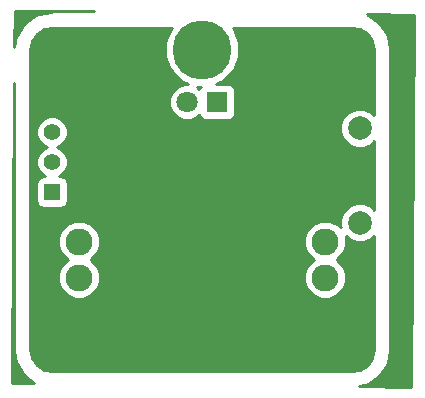
<source format=gtl>
G04 #@! TF.FileFunction,Copper,L1,Top,Signal*
%FSLAX46Y46*%
G04 Gerber Fmt 4.6, Leading zero omitted, Abs format (unit mm)*
G04 Created by KiCad (PCBNEW 4.0.7) date 02/19/20 21:01:50*
%MOMM*%
%LPD*%
G01*
G04 APERTURE LIST*
%ADD10C,0.100000*%
%ADD11C,1.800000*%
%ADD12R,1.800000X1.800000*%
%ADD13C,1.998980*%
%ADD14C,5.000000*%
%ADD15C,2.286000*%
%ADD16R,1.397000X1.397000*%
%ADD17C,1.397000*%
%ADD18C,0.254000*%
G04 APERTURE END LIST*
D10*
D11*
X173990000Y-79375000D03*
D12*
X176530000Y-79375000D03*
D13*
X188595000Y-81598000D03*
X188595000Y-89598000D03*
D14*
X175260000Y-74930000D03*
D15*
X185674000Y-94234000D03*
X164846000Y-94234000D03*
X185674000Y-91186000D03*
X164846000Y-91186000D03*
D16*
X162560000Y-86995000D03*
D17*
X162560000Y-84455000D03*
X162560000Y-81915000D03*
D18*
G36*
X193165991Y-72007575D02*
X192914023Y-103503582D01*
X188532536Y-103454535D01*
X189065653Y-103348492D01*
X189167934Y-103306125D01*
X189312582Y-103246211D01*
X190136617Y-102695607D01*
X190231112Y-102601112D01*
X190325608Y-102506617D01*
X190876211Y-101682582D01*
X190978492Y-101435653D01*
X191171838Y-100463637D01*
X191171838Y-100396170D01*
X191185000Y-100330000D01*
X191185000Y-74930000D01*
X191171838Y-74863830D01*
X191171838Y-74796363D01*
X190978492Y-73824347D01*
X190970804Y-73805786D01*
X190876211Y-73577418D01*
X190325608Y-72753383D01*
X190224362Y-72652138D01*
X190136617Y-72564393D01*
X189312582Y-72013789D01*
X189190131Y-71963069D01*
X193165991Y-72007575D01*
X193165991Y-72007575D01*
G37*
X193165991Y-72007575D02*
X192914023Y-103503582D01*
X188532536Y-103454535D01*
X189065653Y-103348492D01*
X189167934Y-103306125D01*
X189312582Y-103246211D01*
X190136617Y-102695607D01*
X190231112Y-102601112D01*
X190325608Y-102506617D01*
X190876211Y-101682582D01*
X190978492Y-101435653D01*
X191171838Y-100463637D01*
X191171838Y-100396170D01*
X191185000Y-100330000D01*
X191185000Y-74930000D01*
X191171838Y-74863830D01*
X191171838Y-74796363D01*
X190978492Y-73824347D01*
X190970804Y-73805786D01*
X190876211Y-73577418D01*
X190325608Y-72753383D01*
X190224362Y-72652138D01*
X190136617Y-72564393D01*
X189312582Y-72013789D01*
X189190131Y-71963069D01*
X193165991Y-72007575D01*
G36*
X159335000Y-100330000D02*
X159348162Y-100396170D01*
X159348162Y-100463637D01*
X159541508Y-101435653D01*
X159583875Y-101537934D01*
X159643789Y-101682582D01*
X160194393Y-102506617D01*
X160288888Y-102601112D01*
X160383383Y-102695608D01*
X161058931Y-103146995D01*
X159132009Y-103125425D01*
X159335000Y-77751544D01*
X159335000Y-100330000D01*
X159335000Y-100330000D01*
G37*
X159335000Y-100330000D02*
X159348162Y-100396170D01*
X159348162Y-100463637D01*
X159541508Y-101435653D01*
X159583875Y-101537934D01*
X159643789Y-101682582D01*
X160194393Y-102506617D01*
X160288888Y-102601112D01*
X160383383Y-102695608D01*
X161058931Y-103146995D01*
X159132009Y-103125425D01*
X159335000Y-77751544D01*
X159335000Y-100330000D01*
G36*
X172603826Y-73151847D02*
X172602689Y-73154586D01*
X172601436Y-73155421D01*
X172363795Y-73729907D01*
X172125546Y-74303674D01*
X172125544Y-74305866D01*
X172124706Y-74307892D01*
X172125000Y-74929488D01*
X172124457Y-75550854D01*
X172125294Y-75552880D01*
X172125295Y-75555072D01*
X172492209Y-76440881D01*
X172600727Y-76703515D01*
X172601186Y-76703974D01*
X172601436Y-76704579D01*
X172602491Y-76705282D01*
X173481847Y-77586174D01*
X173484586Y-77587311D01*
X173485421Y-77588564D01*
X174059907Y-77826205D01*
X174093345Y-77840090D01*
X173686009Y-77839735D01*
X173121629Y-78072932D01*
X172689449Y-78504357D01*
X172455267Y-79068330D01*
X172454735Y-79678991D01*
X172687932Y-80243371D01*
X173119357Y-80675551D01*
X173683330Y-80909733D01*
X174293991Y-80910265D01*
X174858371Y-80677068D01*
X175026613Y-80509120D01*
X175026838Y-80510317D01*
X175165910Y-80726441D01*
X175378110Y-80871431D01*
X175630000Y-80922440D01*
X177430000Y-80922440D01*
X177665317Y-80878162D01*
X177881441Y-80739090D01*
X178026431Y-80526890D01*
X178077440Y-80275000D01*
X178077440Y-78475000D01*
X178033162Y-78239683D01*
X177894090Y-78023559D01*
X177681890Y-77878569D01*
X177430000Y-77827560D01*
X176457591Y-77827560D01*
X176770881Y-77697791D01*
X177033515Y-77589273D01*
X177033974Y-77588814D01*
X177034579Y-77588564D01*
X177035282Y-77587509D01*
X177916174Y-76708153D01*
X177917311Y-76705414D01*
X177918564Y-76704579D01*
X178156205Y-76130093D01*
X178394454Y-75556326D01*
X178394456Y-75554134D01*
X178395294Y-75552108D01*
X178395000Y-74930512D01*
X178395543Y-74309146D01*
X178394706Y-74307120D01*
X178394705Y-74304928D01*
X178027791Y-73419119D01*
X177919273Y-73156485D01*
X177918814Y-73156026D01*
X177918564Y-73155421D01*
X177917509Y-73154718D01*
X177837930Y-73075000D01*
X187892533Y-73075000D01*
X188664741Y-73228602D01*
X189262193Y-73627807D01*
X189661398Y-74225257D01*
X189815000Y-74997467D01*
X189815000Y-80506592D01*
X189522073Y-80213154D01*
X188921547Y-79963794D01*
X188271306Y-79963226D01*
X187670345Y-80211538D01*
X187210154Y-80670927D01*
X186960794Y-81271453D01*
X186960226Y-81921694D01*
X187208538Y-82522655D01*
X187667927Y-82982846D01*
X188268453Y-83232206D01*
X188918694Y-83232774D01*
X189519655Y-82984462D01*
X189815000Y-82689632D01*
X189815000Y-88506592D01*
X189522073Y-88213154D01*
X188921547Y-87963794D01*
X188271306Y-87963226D01*
X187670345Y-88211538D01*
X187210154Y-88670927D01*
X186960794Y-89271453D01*
X186960226Y-89921694D01*
X186985684Y-89983306D01*
X186682471Y-89679564D01*
X186029218Y-89408309D01*
X185321886Y-89407692D01*
X184668160Y-89677806D01*
X184167564Y-90177529D01*
X183896309Y-90830782D01*
X183895692Y-91538114D01*
X184165806Y-92191840D01*
X184665529Y-92692436D01*
X184707122Y-92709707D01*
X184668160Y-92725806D01*
X184167564Y-93225529D01*
X183896309Y-93878782D01*
X183895692Y-94586114D01*
X184165806Y-95239840D01*
X184665529Y-95740436D01*
X185318782Y-96011691D01*
X186026114Y-96012308D01*
X186679840Y-95742194D01*
X187180436Y-95242471D01*
X187451691Y-94589218D01*
X187452308Y-93881886D01*
X187182194Y-93228160D01*
X186682471Y-92727564D01*
X186640878Y-92710293D01*
X186679840Y-92694194D01*
X187180436Y-92194471D01*
X187451691Y-91541218D01*
X187452308Y-90833886D01*
X187405048Y-90719508D01*
X187667927Y-90982846D01*
X188268453Y-91232206D01*
X188918694Y-91232774D01*
X189519655Y-90984462D01*
X189815000Y-90689632D01*
X189815000Y-100262533D01*
X189661398Y-101034743D01*
X189262193Y-101632193D01*
X188664741Y-102031398D01*
X187892533Y-102185000D01*
X162627467Y-102185000D01*
X161855257Y-102031398D01*
X161257807Y-101632193D01*
X160858602Y-101034741D01*
X160705000Y-100262533D01*
X160705000Y-91538114D01*
X163067692Y-91538114D01*
X163337806Y-92191840D01*
X163837529Y-92692436D01*
X163879122Y-92709707D01*
X163840160Y-92725806D01*
X163339564Y-93225529D01*
X163068309Y-93878782D01*
X163067692Y-94586114D01*
X163337806Y-95239840D01*
X163837529Y-95740436D01*
X164490782Y-96011691D01*
X165198114Y-96012308D01*
X165851840Y-95742194D01*
X166352436Y-95242471D01*
X166623691Y-94589218D01*
X166624308Y-93881886D01*
X166354194Y-93228160D01*
X165854471Y-92727564D01*
X165812878Y-92710293D01*
X165851840Y-92694194D01*
X166352436Y-92194471D01*
X166623691Y-91541218D01*
X166624308Y-90833886D01*
X166354194Y-90180160D01*
X165854471Y-89679564D01*
X165201218Y-89408309D01*
X164493886Y-89407692D01*
X163840160Y-89677806D01*
X163339564Y-90177529D01*
X163068309Y-90830782D01*
X163067692Y-91538114D01*
X160705000Y-91538114D01*
X160705000Y-86296500D01*
X161214060Y-86296500D01*
X161214060Y-87693500D01*
X161258338Y-87928817D01*
X161397410Y-88144941D01*
X161609610Y-88289931D01*
X161861500Y-88340940D01*
X163258500Y-88340940D01*
X163493817Y-88296662D01*
X163709941Y-88157590D01*
X163854931Y-87945390D01*
X163905940Y-87693500D01*
X163905940Y-86296500D01*
X163861662Y-86061183D01*
X163722590Y-85845059D01*
X163510390Y-85700069D01*
X163258500Y-85649060D01*
X163162116Y-85649060D01*
X163314380Y-85586146D01*
X163689827Y-85211353D01*
X163893268Y-84721413D01*
X163893731Y-84190914D01*
X163691146Y-83700620D01*
X163316353Y-83325173D01*
X162978554Y-83184906D01*
X163314380Y-83046146D01*
X163689827Y-82671353D01*
X163893268Y-82181413D01*
X163893731Y-81650914D01*
X163691146Y-81160620D01*
X163316353Y-80785173D01*
X162826413Y-80581732D01*
X162295914Y-80581269D01*
X161805620Y-80783854D01*
X161430173Y-81158647D01*
X161226732Y-81648587D01*
X161226269Y-82179086D01*
X161428854Y-82669380D01*
X161803647Y-83044827D01*
X162141446Y-83185094D01*
X161805620Y-83323854D01*
X161430173Y-83698647D01*
X161226732Y-84188587D01*
X161226269Y-84719086D01*
X161428854Y-85209380D01*
X161803647Y-85584827D01*
X161958337Y-85649060D01*
X161861500Y-85649060D01*
X161626183Y-85693338D01*
X161410059Y-85832410D01*
X161265069Y-86044610D01*
X161214060Y-86296500D01*
X160705000Y-86296500D01*
X160705000Y-74997467D01*
X160858602Y-74225259D01*
X161257807Y-73627807D01*
X161855257Y-73228602D01*
X162627467Y-73075000D01*
X172680807Y-73075000D01*
X172603826Y-73151847D01*
X172603826Y-73151847D01*
G37*
X172603826Y-73151847D02*
X172602689Y-73154586D01*
X172601436Y-73155421D01*
X172363795Y-73729907D01*
X172125546Y-74303674D01*
X172125544Y-74305866D01*
X172124706Y-74307892D01*
X172125000Y-74929488D01*
X172124457Y-75550854D01*
X172125294Y-75552880D01*
X172125295Y-75555072D01*
X172492209Y-76440881D01*
X172600727Y-76703515D01*
X172601186Y-76703974D01*
X172601436Y-76704579D01*
X172602491Y-76705282D01*
X173481847Y-77586174D01*
X173484586Y-77587311D01*
X173485421Y-77588564D01*
X174059907Y-77826205D01*
X174093345Y-77840090D01*
X173686009Y-77839735D01*
X173121629Y-78072932D01*
X172689449Y-78504357D01*
X172455267Y-79068330D01*
X172454735Y-79678991D01*
X172687932Y-80243371D01*
X173119357Y-80675551D01*
X173683330Y-80909733D01*
X174293991Y-80910265D01*
X174858371Y-80677068D01*
X175026613Y-80509120D01*
X175026838Y-80510317D01*
X175165910Y-80726441D01*
X175378110Y-80871431D01*
X175630000Y-80922440D01*
X177430000Y-80922440D01*
X177665317Y-80878162D01*
X177881441Y-80739090D01*
X178026431Y-80526890D01*
X178077440Y-80275000D01*
X178077440Y-78475000D01*
X178033162Y-78239683D01*
X177894090Y-78023559D01*
X177681890Y-77878569D01*
X177430000Y-77827560D01*
X176457591Y-77827560D01*
X176770881Y-77697791D01*
X177033515Y-77589273D01*
X177033974Y-77588814D01*
X177034579Y-77588564D01*
X177035282Y-77587509D01*
X177916174Y-76708153D01*
X177917311Y-76705414D01*
X177918564Y-76704579D01*
X178156205Y-76130093D01*
X178394454Y-75556326D01*
X178394456Y-75554134D01*
X178395294Y-75552108D01*
X178395000Y-74930512D01*
X178395543Y-74309146D01*
X178394706Y-74307120D01*
X178394705Y-74304928D01*
X178027791Y-73419119D01*
X177919273Y-73156485D01*
X177918814Y-73156026D01*
X177918564Y-73155421D01*
X177917509Y-73154718D01*
X177837930Y-73075000D01*
X187892533Y-73075000D01*
X188664741Y-73228602D01*
X189262193Y-73627807D01*
X189661398Y-74225257D01*
X189815000Y-74997467D01*
X189815000Y-80506592D01*
X189522073Y-80213154D01*
X188921547Y-79963794D01*
X188271306Y-79963226D01*
X187670345Y-80211538D01*
X187210154Y-80670927D01*
X186960794Y-81271453D01*
X186960226Y-81921694D01*
X187208538Y-82522655D01*
X187667927Y-82982846D01*
X188268453Y-83232206D01*
X188918694Y-83232774D01*
X189519655Y-82984462D01*
X189815000Y-82689632D01*
X189815000Y-88506592D01*
X189522073Y-88213154D01*
X188921547Y-87963794D01*
X188271306Y-87963226D01*
X187670345Y-88211538D01*
X187210154Y-88670927D01*
X186960794Y-89271453D01*
X186960226Y-89921694D01*
X186985684Y-89983306D01*
X186682471Y-89679564D01*
X186029218Y-89408309D01*
X185321886Y-89407692D01*
X184668160Y-89677806D01*
X184167564Y-90177529D01*
X183896309Y-90830782D01*
X183895692Y-91538114D01*
X184165806Y-92191840D01*
X184665529Y-92692436D01*
X184707122Y-92709707D01*
X184668160Y-92725806D01*
X184167564Y-93225529D01*
X183896309Y-93878782D01*
X183895692Y-94586114D01*
X184165806Y-95239840D01*
X184665529Y-95740436D01*
X185318782Y-96011691D01*
X186026114Y-96012308D01*
X186679840Y-95742194D01*
X187180436Y-95242471D01*
X187451691Y-94589218D01*
X187452308Y-93881886D01*
X187182194Y-93228160D01*
X186682471Y-92727564D01*
X186640878Y-92710293D01*
X186679840Y-92694194D01*
X187180436Y-92194471D01*
X187451691Y-91541218D01*
X187452308Y-90833886D01*
X187405048Y-90719508D01*
X187667927Y-90982846D01*
X188268453Y-91232206D01*
X188918694Y-91232774D01*
X189519655Y-90984462D01*
X189815000Y-90689632D01*
X189815000Y-100262533D01*
X189661398Y-101034743D01*
X189262193Y-101632193D01*
X188664741Y-102031398D01*
X187892533Y-102185000D01*
X162627467Y-102185000D01*
X161855257Y-102031398D01*
X161257807Y-101632193D01*
X160858602Y-101034741D01*
X160705000Y-100262533D01*
X160705000Y-91538114D01*
X163067692Y-91538114D01*
X163337806Y-92191840D01*
X163837529Y-92692436D01*
X163879122Y-92709707D01*
X163840160Y-92725806D01*
X163339564Y-93225529D01*
X163068309Y-93878782D01*
X163067692Y-94586114D01*
X163337806Y-95239840D01*
X163837529Y-95740436D01*
X164490782Y-96011691D01*
X165198114Y-96012308D01*
X165851840Y-95742194D01*
X166352436Y-95242471D01*
X166623691Y-94589218D01*
X166624308Y-93881886D01*
X166354194Y-93228160D01*
X165854471Y-92727564D01*
X165812878Y-92710293D01*
X165851840Y-92694194D01*
X166352436Y-92194471D01*
X166623691Y-91541218D01*
X166624308Y-90833886D01*
X166354194Y-90180160D01*
X165854471Y-89679564D01*
X165201218Y-89408309D01*
X164493886Y-89407692D01*
X163840160Y-89677806D01*
X163339564Y-90177529D01*
X163068309Y-90830782D01*
X163067692Y-91538114D01*
X160705000Y-91538114D01*
X160705000Y-86296500D01*
X161214060Y-86296500D01*
X161214060Y-87693500D01*
X161258338Y-87928817D01*
X161397410Y-88144941D01*
X161609610Y-88289931D01*
X161861500Y-88340940D01*
X163258500Y-88340940D01*
X163493817Y-88296662D01*
X163709941Y-88157590D01*
X163854931Y-87945390D01*
X163905940Y-87693500D01*
X163905940Y-86296500D01*
X163861662Y-86061183D01*
X163722590Y-85845059D01*
X163510390Y-85700069D01*
X163258500Y-85649060D01*
X163162116Y-85649060D01*
X163314380Y-85586146D01*
X163689827Y-85211353D01*
X163893268Y-84721413D01*
X163893731Y-84190914D01*
X163691146Y-83700620D01*
X163316353Y-83325173D01*
X162978554Y-83184906D01*
X163314380Y-83046146D01*
X163689827Y-82671353D01*
X163893268Y-82181413D01*
X163893731Y-81650914D01*
X163691146Y-81160620D01*
X163316353Y-80785173D01*
X162826413Y-80581732D01*
X162295914Y-80581269D01*
X161805620Y-80783854D01*
X161430173Y-81158647D01*
X161226732Y-81648587D01*
X161226269Y-82179086D01*
X161428854Y-82669380D01*
X161803647Y-83044827D01*
X162141446Y-83185094D01*
X161805620Y-83323854D01*
X161430173Y-83698647D01*
X161226732Y-84188587D01*
X161226269Y-84719086D01*
X161428854Y-85209380D01*
X161803647Y-85584827D01*
X161958337Y-85649060D01*
X161861500Y-85649060D01*
X161626183Y-85693338D01*
X161410059Y-85832410D01*
X161265069Y-86044610D01*
X161214060Y-86296500D01*
X160705000Y-86296500D01*
X160705000Y-74997467D01*
X160858602Y-74225259D01*
X161257807Y-73627807D01*
X161855257Y-73228602D01*
X162627467Y-73075000D01*
X172680807Y-73075000D01*
X172603826Y-73151847D01*
G36*
X175033569Y-78223110D02*
X175029433Y-78243534D01*
X174860643Y-78074449D01*
X174838367Y-78065199D01*
X175141563Y-78065056D01*
X175033569Y-78223110D01*
X175033569Y-78223110D01*
G37*
X175033569Y-78223110D02*
X175029433Y-78243534D01*
X174860643Y-78074449D01*
X174838367Y-78065199D01*
X175141563Y-78065056D01*
X175033569Y-78223110D01*
G36*
X166135967Y-71705000D02*
X162560000Y-71705000D01*
X162493830Y-71718162D01*
X161454347Y-71911508D01*
X161207418Y-72013789D01*
X160383383Y-72564392D01*
X160295638Y-72652138D01*
X160194393Y-72753383D01*
X159643789Y-73577418D01*
X159583875Y-73722066D01*
X159541508Y-73824347D01*
X159359081Y-74741472D01*
X159383977Y-71629418D01*
X166135967Y-71705000D01*
X166135967Y-71705000D01*
G37*
X166135967Y-71705000D02*
X162560000Y-71705000D01*
X162493830Y-71718162D01*
X161454347Y-71911508D01*
X161207418Y-72013789D01*
X160383383Y-72564392D01*
X160295638Y-72652138D01*
X160194393Y-72753383D01*
X159643789Y-73577418D01*
X159583875Y-73722066D01*
X159541508Y-73824347D01*
X159359081Y-74741472D01*
X159383977Y-71629418D01*
X166135967Y-71705000D01*
M02*

</source>
